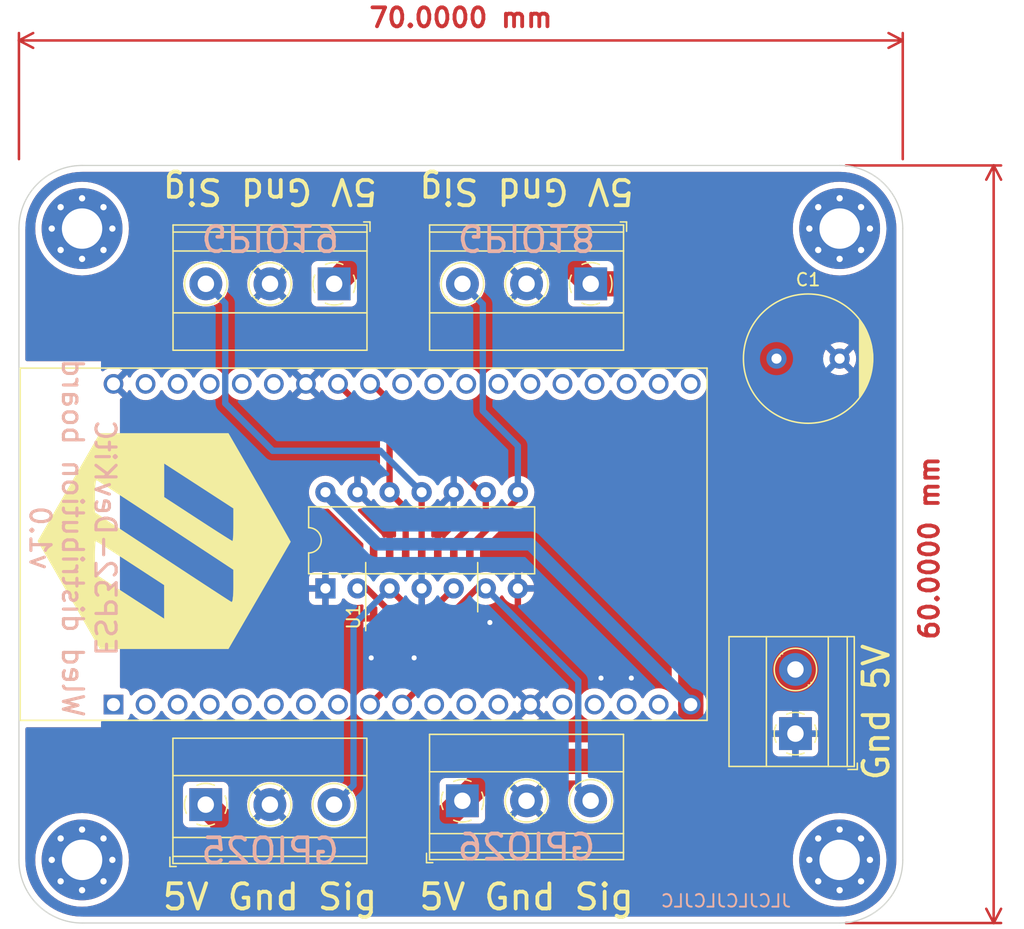
<source format=kicad_pcb>
(kicad_pcb (version 20211014) (generator pcbnew)
  (layers (0 "F.Cu" signal) (31 "B.Cu" signal) (34 "B.Paste" user) (35 "F.Paste" user) (36 "B.SilkS" user "B.Silkscreen") (37 "F.SilkS" user "F.Silkscreen") (38 "B.Mask" user) (39 "F.Mask" user) (44 "Edge.Cuts" user))
  (net 0 "")
  (net 1 "Vbus")
  (net 2 "GND")
  (net 3 "HV1")
  (net 4 "HV2")
  (net 5 "HV3")
  (net 6 "HV4")
  (net 7 "LV4")
  (net 8 "LV3")
  (net 9 "LV2")
  (net 10 "LV1")
  (footprint "TerminalBlock_Phoenix:TerminalBlock_Phoenix_MKDS-1,5-3-5.08_1x03_P5.08mm_Horizontal" (layer "F.Cu") (at 104.145 42.875 180)
    (fp_text reference "J5" hide)
    (fp_text value "OUT 3")
    (fp_line (start -2.84 4.16) (end -2.84 4.9) (layer "F.SilkS") (width 0.12))
    (fp_line (start -2.6 -2.301) (end 12.76 -2.301) (layer "F.SilkS") (width 0.12))
    (fp_line (start -2.6 4.66) (end 12.76 4.66) (layer "F.SilkS") (width 0.12))
    (fp_line (start 11.435 -1.069) (end 11.388 -1.023) (layer "F.SilkS") (width 0.12))
    (fp_line (start 4.046 1.239) (end 4.011 1.274) (layer "F.SilkS") (width 0.12))
    (fp_line (start -2.6 -5.261) (end 12.76 -5.261) (layer "F.SilkS") (width 0.12))
    (fp_line (start 6.15 -1.275) (end 6.115 -1.239) (layer "F.SilkS") (width 0.12))
    (fp_line (start 11.23 -1.275) (end 11.195 -1.239) (layer "F.SilkS") (width 0.12))
    (fp_line (start -2.84 4.9) (end -2.34 4.9) (layer "F.SilkS") (width 0.12))
    (fp_line (start -2.6 4.1) (end 12.76 4.1) (layer "F.SilkS") (width 0.12))
    (fp_line (start 9.126 1.239) (end 9.091 1.274) (layer "F.SilkS") (width 0.12))
    (fp_line (start 3.853 1.023) (end 3.806 1.069) (layer "F.SilkS") (width 0.12))
    (fp_line (start 12.76 -5.261) (end 12.76 4.66) (layer "F.SilkS") (width 0.12))
    (fp_line (start -2.6 2.6) (end 12.76 2.6) (layer "F.SilkS") (width 0.12))
    (fp_line (start 8.933 1.023) (end 8.886 1.069) (layer "F.SilkS") (width 0.12))
    (fp_line (start -2.6 -5.261) (end -2.6 4.66) (layer "F.SilkS") (width 0.12))
    (fp_line (start 6.355 -1.069) (end 6.308 -1.023) (layer "F.SilkS") (width 0.12))
    (fp_arc (start 1.535427 -0.683042) (mid 1.680501 0.000524) (end 1.535 0.684) (layer "F.SilkS") (width 0.12))
    (fp_arc (start 0.028805 1.680253) (mid -0.335551 1.646659) (end -0.684 1.535) (layer "F.SilkS") (width 0.12))
    (fp_arc (start 0.683318 1.534756) (mid 0.349292 1.643288) (end 0 1.68) (layer "F.SilkS") (width 0.12))
    (fp_arc (start -1.535427 0.683042) (mid -1.680501 -0.000524) (end -1.535 -0.684) (layer "F.SilkS") (width 0.12))
    (fp_arc (start -0.683042 -1.535427) (mid 0.000524 -1.680501) (end 0.684 -1.535) (layer "F.SilkS") (width 0.12))
    (fp_circle (center 5.08 0) (end 6.76 0) (layer "F.SilkS") (width 0.12) (fill none))
    (fp_circle (center 10.16 0) (end 11.84 0) (layer "F.SilkS") (width 0.12) (fill none))
    (pad "1" thru_hole rect (at 0 0 180) (size 2.6 2.6) (drill 1.3) (layers *.Cu *.Mask) (net 1 "Vbus"))
    (pad "2" thru_hole circle (at 5.08 0 180) (size 2.6 2.6) (drill 1.3) (layers *.Cu *.Mask) (net 2 "GND"))
    (pad "3" thru_hole circle (at 10.16 0 180) (size 2.6 2.6) (drill 1.3) (layers *.Cu *.Mask) (net 5 "HV3"))
  )
  (footprint "MountingHole:MountingHole_3.2mm_M3_Pad_Via" (layer "F.Cu") (at 63.86 88.5)
    (fp_text reference "H4" hide)
    (fp_text value "MountingHole")
    (pad "1" thru_hole circle locked (at 0 0) (size 6.4 6.4) (drill 3.2) (layers *.Cu *.Mask))
    (pad "1" thru_hole circle locked (at 1.697056 1.697056) (size 0.8 0.8) (drill 0.5) (layers *.Cu *.Mask))
    (pad "1" thru_hole circle locked (at 0 -2.4) (size 0.8 0.8) (drill 0.5) (layers *.Cu *.Mask))
    (pad "1" thru_hole circle locked (at -1.697056 1.697056) (size 0.8 0.8) (drill 0.5) (layers *.Cu *.Mask))
    (pad "1" thru_hole circle locked (at 0 2.4) (size 0.8 0.8) (drill 0.5) (layers *.Cu *.Mask))
    (pad "1" thru_hole circle locked (at -1.697056 -1.697056) (size 0.8 0.8) (drill 0.5) (layers *.Cu *.Mask))
    (pad "1" thru_hole circle locked (at 2.4 0) (size 0.8 0.8) (drill 0.5) (layers *.Cu *.Mask))
    (pad "1" thru_hole circle locked (at -2.4 0) (size 0.8 0.8) (drill 0.5) (layers *.Cu *.Mask))
    (pad "1" thru_hole circle locked (at 1.697056 -1.697056) (size 0.8 0.8) (drill 0.5) (layers *.Cu *.Mask))
  )
  (footprint "ESP32-DEVKITC-32D:MODULE_ESP32-DEVKITC-32D" (layer "F.Cu") (at 86.11 63.5 90)
    (fp_text reference "U2" hide)
    (fp_text value "ESP32-DEVKITC-32D")
    (fp_line (start 13.95 27.25) (end -13.95 27.25) (layer "F.SilkS") (width 0.127))
    (fp_line (start 13.95 -27.15) (end 13.95 27.25) (layer "F.SilkS") (width 0.127))
    (fp_line (start -13.95 27.25) (end -13.95 -27.15) (layer "F.SilkS") (width 0.127))
    (fp_line (start -13.95 -27.15) (end 13.95 -27.15) (layer "F.SilkS") (width 0.127))
    (pad "1" thru_hole rect locked (at -12.7 -19.76 90) (size 1.56 1.56) (drill 1.04) (layers *.Cu *.Mask))
    (pad "2" thru_hole circle locked (at -12.7 -17.22 90) (size 1.56 1.56) (drill 1.04) (layers *.Cu *.Mask))
    (pad "3" thru_hole circle locked (at -12.7 -14.68 90) (size 1.56 1.56) (drill 1.04) (layers *.Cu *.Mask))
    (pad "4" thru_hole circle locked (at -12.7 -12.14 90) (size 1.56 1.56) (drill 1.04) (layers *.Cu *.Mask))
    (pad "5" thru_hole circle locked (at -12.7 -9.6 90) (size 1.56 1.56) (drill 1.04) (layers *.Cu *.Mask))
    (pad "6" thru_hole circle locked (at -12.7 -7.06 90) (size 1.56 1.56) (drill 1.04) (layers *.Cu *.Mask))
    (pad "7" thru_hole circle locked (at -12.7 -4.52 90) (size 1.56 1.56) (drill 1.04) (layers *.Cu *.Mask))
    (pad "8" thru_hole circle locked (at -12.7 -1.98 90) (size 1.56 1.56) (drill 1.04) (layers *.Cu *.Mask))
    (pad "9" thru_hole circle locked (at -12.7 0.56 90) (size 1.56 1.56) (drill 1.04) (layers *.Cu *.Mask) (net 10 "LV1"))
    (pad "10" thru_hole circle locked (at -12.7 3.1 90) (size 1.56 1.56) (drill 1.04) (layers *.Cu *.Mask) (net 9 "LV2"))
    (pad "11" thru_hole circle locked (at -12.7 5.64 90) (size 1.56 1.56) (drill 1.04) (layers *.Cu *.Mask))
    (pad "12" thru_hole circle locked (at -12.7 8.18 90) (size 1.56 1.56) (drill 1.04) (layers *.Cu *.Mask))
    (pad "13" thru_hole circle locked (at -12.7 10.72 90) (size 1.56 1.56) (drill 1.04) (layers *.Cu *.Mask))
    (pad "14" thru_hole circle locked (at -12.7 13.26 90) (size 1.56 1.56) (drill 1.04) (layers *.Cu *.Mask) (net 2 "GND"))
    (pad "15" thru_hole circle locked (at -12.7 15.8 90) (size 1.56 1.56) (drill 1.04) (layers *.Cu *.Mask))
    (pad "16" thru_hole circle locked (at -12.7 18.34 90) (size 1.56 1.56) (drill 1.04) (layers *.Cu *.Mask))
    (pad "17" thru_hole circle locked (at -12.7 20.88 90) (size 1.56 1.56) (drill 1.04) (layers *.Cu *.Mask))
    (pad "18" thru_hole circle locked (at -12.7 23.42 90) (size 1.56 1.56) (drill 1.04) (layers *.Cu *.Mask))
    (pad "19" thru_hole circle locked (at -12.7 25.96 90) (size 1.56 1.56) (drill 1.04) (layers *.Cu *.Mask) (net 1 "Vbus"))
    (pad "20" thru_hole circle locked (at 12.7 -19.76 90) (size 1.56 1.56) (drill 1.04) (layers *.Cu *.Mask) (net 2 "GND"))
    (pad "21" thru_hole circle locked (at 12.7 -17.22 90) (size 1.56 1.56) (drill 1.04) (layers *.Cu *.Mask))
    (pad "22" thru_hole circle locked (at 12.7 -14.68 90) (size 1.56 1.56) (drill 1.04) (layers *.Cu *.Mask))
    (pad "23" thru_hole circle locked (at 12.7 -12.14 90) (size 1.56 1.56) (drill 1.04) (layers *.Cu *.Mask))
    (pad "24" thru_hole circle locked (at 12.7 -9.6 90) (size 1.56 1.56) (drill 1.04) (layers *.Cu *.Mask))
    (pad "25" thru_hole circle locked (at 12.7 -7.06 90) (size 1.56 1.56) (drill 1.04) (layers *.Cu *.Mask))
    (pad "26" thru_hole circle locked (at 12.7 -4.52 90) (size 1.56 1.56) (drill 1.04) (layers *.Cu *.Mask) (net 2 "GND"))
    (pad "27" thru_hole circle locked (at 12.7 -1.98 90) (size 1.56 1.56) (drill 1.04) (layers *.Cu *.Mask) (net 7 "LV4"))
    (pad "28" thru_hole circle locked (at 12.7 0.56 90) (size 1.56 1.56) (drill 1.04) (layers *.Cu *.Mask) (net 8 "LV3"))
    (pad "29" thru_hole circle locked (at 12.7 3.1 90) (size 1.56 1.56) (drill 1.04) (layers *.Cu *.Mask))
    (pad "30" thru_hole circle locked (at 12.7 5.64 90) (size 1.56 1.56) (drill 1.04) (layers *.Cu *.Mask))
    (pad "31" thru_hole circle locked (at 12.7 8.18 90) (size 1.56 1.56) (drill 1.04) (layers *.Cu *.Mask))
    (pad "32" thru_hole circle locked (at 12.7 10.72 90) (size 1.56 1.56) (drill 1.04) (layers *.Cu *.Mask))
    (pad "33" thru_hole circle locked (at 12.7 13.26 90) (size 1.56 1.56) (drill 1.04) (layers *.Cu *.Mask))
    (pad "34" thru_hole circle locked (at 12.7 15.8 90) (size 1.56 1.56) (drill 1.04) (layers *.Cu *.Mask))
    (pad "35" thru_hole circle locked (at 12.7 18.34 90) (size 1.56 1.56) (drill 1.04) (layers *.Cu *.Mask))
    (pad "36" thru_hole circle locked (at 12.7 20.88 90) (size 1.56 1.56) (drill 1.04) (layers *.Cu *.Mask))
    (pad "37" thru_hole circle locked (at 12.7 23.42 90) (size 1.56 1.56) (drill 1.04) (layers *.Cu *.Mask))
    (pad "38" thru_hole circle locked (at 12.7 25.96 90) (size 1.56 1.56) (drill 1.04) (layers *.Cu *.Mask))
  )
  (footprint "MountingHole:MountingHole_3.2mm_M3_Pad_Via" (layer "F.Cu") (at 123.86 88.5)
    (fp_text reference "H3" hide)
    (fp_text value "MountingHole")
    (pad "1" thru_hole circle locked (at 1.697056 -1.697056) (size 0.8 0.8) (drill 0.5) (layers *.Cu *.Mask))
    (pad "1" thru_hole circle locked (at 0 2.4) (size 0.8 0.8) (drill 0.5) (layers *.Cu *.Mask))
    (pad "1" thru_hole circle locked (at -2.4 0) (size 0.8 0.8) (drill 0.5) (layers *.Cu *.Mask))
    (pad "1" thru_hole circle locked (at -1.697056 1.697056) (size 0.8 0.8) (drill 0.5) (layers *.Cu *.Mask))
    (pad "1" thru_hole circle locked (at 0 -2.4) (size 0.8 0.8) (drill 0.5) (layers *.Cu *.Mask))
    (pad "1" thru_hole circle locked (at 0 0) (size 6.4 6.4) (drill 3.2) (layers *.Cu *.Mask))
    (pad "1" thru_hole circle locked (at -1.697056 -1.697056) (size 0.8 0.8) (drill 0.5) (layers *.Cu *.Mask))
    (pad "1" thru_hole circle locked (at 2.4 0) (size 0.8 0.8) (drill 0.5) (layers *.Cu *.Mask))
    (pad "1" thru_hole circle locked (at 1.697056 1.697056) (size 0.8 0.8) (drill 0.5) (layers *.Cu *.Mask))
  )
  (footprint "TerminalBlock_Phoenix:TerminalBlock_Phoenix_MKDS-1,5-3-5.08_1x03_P5.08mm_Horizontal" (layer "F.Cu") (at 93.98 83.82)
    (fp_text reference "J6" hide)
    (fp_text value "OUT 2")
    (fp_line (start 11.435 -1.069) (end 11.388 -1.023) (layer "F.SilkS") (width 0.12))
    (fp_line (start -2.6 2.6) (end 12.76 2.6) (layer "F.SilkS") (width 0.12))
    (fp_line (start 4.046 1.239) (end 4.011 1.274) (layer "F.SilkS") (width 0.12))
    (fp_line (start -2.6 -5.261) (end 12.76 -5.261) (layer "F.SilkS") (width 0.12))
    (fp_line (start 3.853 1.023) (end 3.806 1.069) (layer "F.SilkS") (width 0.12))
    (fp_line (start -2.84 4.16) (end -2.84 4.9) (layer "F.SilkS") (width 0.12))
    (fp_line (start -2.84 4.9) (end -2.34 4.9) (layer "F.SilkS") (width 0.12))
    (fp_line (start 6.355 -1.069) (end 6.308 -1.023) (layer "F.SilkS") (width 0.12))
    (fp_line (start -2.6 4.1) (end 12.76 4.1) (layer "F.SilkS") (width 0.12))
    (fp_line (start 8.933 1.023) (end 8.886 1.069) (layer "F.SilkS") (width 0.12))
    (fp_line (start -2.6 -2.301) (end 12.76 -2.301) (layer "F.SilkS") (width 0.12))
    (fp_line (start 9.126 1.239) (end 9.091 1.274) (layer "F.SilkS") (width 0.12))
    (fp_line (start -2.6 -5.261) (end -2.6 4.66) (layer "F.SilkS") (width 0.12))
    (fp_line (start 11.23 -1.275) (end 11.195 -1.239) (layer "F.SilkS") (width 0.12))
    (fp_line (start -2.6 4.66) (end 12.76 4.66) (layer "F.SilkS") (width 0.12))
    (fp_line (start 12.76 -5.261) (end 12.76 4.66) (layer "F.SilkS") (width 0.12))
    (fp_line (start 6.15 -1.275) (end 6.115 -1.239) (layer "F.SilkS") (width 0.12))
    (fp_arc (start 0.028805 1.680253) (mid -0.335551 1.646659) (end -0.684 1.535) (layer "F.SilkS") (width 0.12))
    (fp_arc (start -1.535427 0.683042) (mid -1.680501 -0.000524) (end -1.535 -0.684) (layer "F.SilkS") (width 0.12))
    (fp_arc (start -0.683042 -1.535427) (mid 0.000524 -1.680501) (end 0.684 -1.535) (layer "F.SilkS") (width 0.12))
    (fp_arc (start 1.535427 -0.683042) (mid 1.680501 0.000524) (end 1.535 0.684) (layer "F.SilkS") (width 0.12))
    (fp_arc (start 0.683318 1.534756) (mid 0.349292 1.643288) (end 0 1.68) (layer "F.SilkS") (width 0.12))
    (fp_circle (center 5.08 0) (end 6.76 0) (layer "F.SilkS") (width 0.12) (fill none))
    (fp_circle (center 10.16 0) (end 11.84 0) (layer "F.SilkS") (width 0.12) (fill none))
    (pad "1" thru_hole rect (at 0 0) (size 2.6 2.6) (drill 1.3) (layers *.Cu *.Mask) (net 1 "Vbus"))
    (pad "2" thru_hole circle (at 5.08 0) (size 2.6 2.6) (drill 1.3) (layers *.Cu *.Mask) (net 2 "GND"))
    (pad "3" thru_hole circle (at 10.16 0) (size 2.6 2.6) (drill 1.3) (layers *.Cu *.Mask) (net 4 "HV2"))
  )
  (footprint "TerminalBlock_Phoenix:TerminalBlock_Phoenix_MKDS-1,5-3-5.08_1x03_P5.08mm_Horizontal" (layer "F.Cu") (at 73.655 84.125)
    (fp_text reference "J4" hide)
    (fp_text value "OUT 1")
    (fp_line (start 6.355 -1.069) (end 6.308 -1.023) (layer "F.SilkS") (width 0.12))
    (fp_line (start -2.6 2.6) (end 12.76 2.6) (layer "F.SilkS") (width 0.12))
    (fp_line (start 11.435 -1.069) (end 11.388 -1.023) (layer "F.SilkS") (width 0.12))
    (fp_line (start 4.046 1.239) (end 4.011 1.274) (layer "F.SilkS") (width 0.12))
    (fp_line (start 6.15 -1.275) (end 6.115 -1.239) (layer "F.SilkS") (width 0.12))
    (fp_line (start -2.6 -5.261) (end 12.76 -5.261) (layer "F.SilkS") (width 0.12))
    (fp_line (start 8.933 1.023) (end 8.886 1.069) (layer "F.SilkS") (width 0.12))
    (fp_line (start -2.6 4.66) (end 12.76 4.66) (layer "F.SilkS") (width 0.12))
    (fp_line (start -2.84 4.16) (end -2.84 4.9) (layer "F.SilkS") (width 0.12))
    (fp_line (start 11.23 -1.275) (end 11.195 -1.239) (layer "F.SilkS") (width 0.12))
    (fp_line (start -2.84 4.9) (end -2.34 4.9) (layer "F.SilkS") (width 0.12))
    (fp_line (start 3.853 1.023) (end 3.806 1.069) (layer "F.SilkS") (width 0.12))
    (fp_line (start 12.76 -5.261) (end 12.76 4.66) (layer "F.SilkS") (width 0.12))
    (fp_line (start 9.126 1.239) (end 9.091 1.274) (layer "F.SilkS") (width 0.12))
    (fp_line (start -2.6 -5.261) (end -2.6 4.66) (layer "F.SilkS") (width 0.12))
    (fp_line (start -2.6 4.1) (end 12.76 4.1) (layer "F.SilkS") (width 0.12))
    (fp_line (start -2.6 -2.301) (end 12.76 -2.301) (layer "F.SilkS") (width 0.12))
    (fp_arc (start -1.535427 0.683042) (mid -1.680501 -0.000524) (end -1.535 -0.684) (layer "F.SilkS") (width 0.12))
    (fp_arc (start 0.028805 1.680253) (mid -0.335551 1.646659) (end -0.684 1.535) (layer "F.SilkS") (width 0.12))
    (fp_arc (start -0.683042 -1.535427) (mid 0.000524 -1.680501) (end 0.684 -1.535) (layer "F.SilkS") (width 0.12))
    (fp_arc (start 1.535427 -0.683042) (mid 1.680501 0.000524) (end 1.535 0.684) (layer "F.SilkS") (width 0.12))
    (fp_arc (start 0.683318 1.534756) (mid 0.349292 1.643288) (end 0 1.68) (layer "F.SilkS") (width 0.12))
    (fp_circle (center 10.16 0) (end 11.84 0) (layer "F.SilkS") (width 0.12) (fill none))
    (fp_circle (center 5.08 0) (end 6.76 0) (layer "F.SilkS") (width 0.12) (fill none))
    (pad "1" thru_hole rect (at 0 0) (size 2.6 2.6) (drill 1.3) (layers *.Cu *.Mask) (net 1 "Vbus"))
    (pad "2" thru_hole circle (at 5.08 0) (size 2.6 2.6) (drill 1.3) (layers *.Cu *.Mask) (net 2 "GND"))
    (pad "3" thru_hole circle (at 10.16 0) (size 2.6 2.6) (drill 1.3) (layers *.Cu *.Mask) (net 3 "HV1"))
  )
  (footprint "MountingHole:MountingHole_3.2mm_M3_Pad_Via" (layer "F.Cu") (at 63.86 38.5)
    (fp_text reference "H1" hide)
    (fp_text value "MountingHole")
    (pad "1" thru_hole circle locked (at 1.697056 1.697056) (size 0.8 0.8) (drill 0.5) (layers *.Cu *.Mask))
    (pad "1" thru_hole circle locked (at 1.697056 -1.697056) (size 0.8 0.8) (drill 0.5) (layers *.Cu *.Mask))
    (pad "1" thru_hole circle locked (at 0 0) (size 6.4 6.4) (drill 3.2) (layers *.Cu *.Mask))
    (pad "1" thru_hole circle locked (at -2.4 0) (size 0.8 0.8) (drill 0.5) (layers *.Cu *.Mask))
    (pad "1" thru_hole circle locked (at 0 -2.4) (size 0.8 0.8) (drill 0.5) (layers *.Cu *.Mask))
    (pad "1" thru_hole circle locked (at -1.697056 -1.697056) (size 0.8 0.8) (drill 0.5) (layers *.Cu *.Mask))
    (pad "1" thru_hole circle locked (at 2.4 0) (size 0.8 0.8) (drill 0.5) (layers *.Cu *.Mask))
    (pad "1" thru_hole circle locked (at 0 2.4) (size 0.8 0.8) (drill 0.5) (layers *.Cu *.Mask))
    (pad "1" thru_hole circle locked (at -1.697056 1.697056) (size 0.8 0.8) (drill 0.5) (layers *.Cu *.Mask))
  )
  (footprint "MountingHole:MountingHole_3.2mm_M3_Pad_Via" (layer "F.Cu") (at 123.86 38.5)
    (fp_text reference "H2" hide)
    (fp_text value "MountingHole")
    (pad "1" thru_hole circle locked (at 2.4 0) (size 0.8 0.8) (drill 0.5) (layers *.Cu *.Mask))
    (pad "1" thru_hole circle locked (at -2.4 0) (size 0.8 0.8) (drill 0.5) (layers *.Cu *.Mask))
    (pad "1" thru_hole circle locked (at 1.697056 -1.697056) (size 0.8 0.8) (drill 0.5) (layers *.Cu *.Mask))
    (pad "1" thru_hole circle locked (at 1.697056 1.697056) (size 0.8 0.8) (drill 0.5) (layers *.Cu *.Mask))
    (pad "1" thru_hole circle locked (at 0 0) (size 6.4 6.4) (drill 3.2) (layers *.Cu *.Mask))
    (pad "1" thru_hole circle locked (at -1.697056 -1.697056) (size 0.8 0.8) (drill 0.5) (layers *.Cu *.Mask))
    (pad "1" thru_hole circle locked (at -1.697056 1.697056) (size 0.8 0.8) (drill 0.5) (layers *.Cu *.Mask))
    (pad "1" thru_hole circle locked (at 0 -2.4) (size 0.8 0.8) (drill 0.5) (layers *.Cu *.Mask))
    (pad "1" thru_hole circle locked (at 0 2.4) (size 0.8 0.8) (drill 0.5) (layers *.Cu *.Mask))
  )
  (footprint "ESP32_Wled_hub:VoronLogo_20mm_silkScreen" (layer "F.Cu") (at 70.36 63.25 90)
    (fp_text reference "G***" hide)
    (fp_text value "LOGO" hide)
    (fp_poly (pts (xy 8.545062 -5.092128) (xy 8.545062 5.092129) (xy 4.257127 7.563349) (xy 3.20784 8.167239) (xy 2.250038 8.716876) (xy 1.416303 9.193688) (xy 0.739216 9.579106) (xy 0.251357 9.85456) (xy -0.014692 10.001478) (xy -0.054602 10.020897) (xy -0.190797 9.941873) (xy -0.565457 9.724424) (xy -1.145846 9.38755) (xy -1.89923 8.950252) (xy -2.792873 8.431531) (xy -3.79404 7.850387) (xy -4.311728 7.549884) (xy -8.093678 5.354558) (xy -4.834362 5.354558) (xy -4.714685 5.414824) (xy -4.350373 5.460455) (xy -3.810284 5.484235) (xy -3.580041 5.486049) (xy -2.273456 5.484444) (xy -2.228944 5.416902) (xy 0 5.416902) (xy 0.144599 5.449271) (xy 0.529681 5.473766) (xy 1.082172 5.486411) (xy 1.293519 5.487304) (xy 2.587037 5.486953) (xy 4.076544 3.191492) (xy 4.585921 2.406414) (xy 5.055444 1.682612) (xy 5.450196 1.073923) (xy 5.735259 0.634187) (xy 5.85583 0.448015) (xy 6.145609 0) (xy 3.484858 0) (xy 1.742429 2.673075) (xy 1.216157 3.483751) (xy 0.753663 4.202529) (xy 0.380515 4.789146) (xy 0.122279 5.203342) (xy 0.004525 5.404855) (xy 0 5.416902) (xy -2.228944 5.416902) (xy 1.254321 0.131492) (xy 2.018632 -1.029527) (xy 2.728512 -2.110323) (xy 3.365497 -3.082597) (xy 3.911119 -3.918052) (xy 4.346912 -4.58839) (xy 4.654411 -5.065315) (xy 4.81515 -5.320529) (xy 4.834363 -5.354557) (xy 4.714686 -5.414823) (xy 4.350374 -5.460455) (xy 3.810285 -5.484234) (xy 3.580042 -5.486049) (xy 2.273457 -5.484443) (xy -1.254321 -0.131491) (xy -2.018631 1.029528) (xy -2.728512 2.110324) (xy -3.365496 3.082597) (xy -3.911118 3.918052) (xy -4.346911 4.588391) (xy -4.654411 5.065316) (xy -4.815149 5.32053) (xy -4.834362 5.354558) (xy -8.093678 5.354558) (xy -8.545061 5.092542) (xy -8.545061 0) (xy -6.145608 0) (xy -3.484857 0) (xy -1.742428 -2.673074) (xy -1.216156 -3.48375) (xy -0.753662 -4.202528) (xy -0.380514 -4.789145) (xy -0.122279 -5.203341) (xy -0.004524 -5.404854) (xy 0 -5.416901) (xy -0.144599 -5.44927) (xy -0.52968 -5.473765) (xy -1.082171 -5.48641) (xy -1.293518 -5.487303) (xy -2.587037 -5.486952) (xy -4.076543 -3.191491) (xy -4.58592 -2.406413) (xy -5.055443 -1.682611) (xy -5.450195 -1.073923) (xy -5.735258 -0.634186) (xy -5.855829 -0.448015) (xy -6.145608 0) (xy -8.545061 0) (xy -8.545061 -5.092128) (xy -4.27253 -7.55447) (xy 0 -10.016812) (xy 8.545062 -5.092128)) (layer "F.SilkS") (width 0.01) (fill solid))
  )
  (footprint "Capacitor_THT:C_Radial_D10.0mm_H16.0mm_P5.00mm" (layer "F.Cu") (at 118.86 48.8)
    (fp_text reference "C1" (at 2.5 -6.25) (layer "F.SilkS"))
    (fp_text value "1000uF")
    (fp_circle (center 2.5 0) (end 7.62 0) (layer "F.SilkS") (width 0.12) (fill none))
    (pad "1" thru_hole circle locked (at 0 0) (size 1.6 1.6) (drill 0.8) (layers *.Cu *.Mask) (net 1 "Vbus"))
    (pad "2" thru_hole circle locked (at 5 0) (size 1.6 1.6) (drill 0.8) (layers *.Cu *.Mask) (net 2 "GND"))
  )
  (footprint "TerminalBlock_Phoenix:TerminalBlock_Phoenix_MKDS-1,5-2-5.08_1x02_P5.08mm_Horizontal" (layer "F.Cu") (at 120.36 78.5 90)
    (fp_text reference "J1" hide)
    (fp_text value "Screw_Terminal_01x02")
    (fp_line (start -2.6 -5.261) (end 7.68 -5.261) (layer "F.SilkS") (width 0.12))
    (fp_line (start -2.6 4.1) (end 7.68 4.1) (layer "F.SilkS") (width 0.12))
    (fp_line (start -2.84 4.16) (end -2.84 4.9) (layer "F.SilkS") (width 0.12))
    (fp_line (start 6.15 -1.275) (end 6.115 -1.239) (layer "F.SilkS") (width 0.12))
    (fp_line (start -2.6 -5.261) (end -2.6 4.66) (layer "F.SilkS") (width 0.12))
    (fp_line (start 4.046 1.239) (end 4.011 1.274) (layer "F.SilkS") (width 0.12))
    (fp_line (start 3.853 1.023) (end 3.806 1.069) (layer "F.SilkS") (width 0.12))
    (fp_line (start -2.84 4.9) (end -2.34 4.9) (layer "F.SilkS") (width 0.12))
    (fp_line (start 7.68 -5.261) (end 7.68 4.66) (layer "F.SilkS") (width 0.12))
    (fp_line (start -2.6 -2.301) (end 7.68 -2.301) (layer "F.SilkS") (width 0.12))
    (fp_line (start 6.355 -1.069) (end 6.308 -1.023) (layer "F.SilkS") (width 0.12))
    (fp_line (start -2.6 4.66) (end 7.68 4.66) (layer "F.SilkS") (width 0.12))
    (fp_line (start -2.6 2.6) (end 7.68 2.6) (layer "F.SilkS") (width 0.12))
    (fp_arc (start 0.683318 1.534756) (mid 0.349292 1.643288) (end 0 1.68) (layer "F.SilkS") (width 0.12))
    (fp_arc (start 0.028805 1.680253) (mid -0.335551 1.646659) (end -0.684 1.535) (layer "F.SilkS") (width 0.12))
    (fp_arc (start -0.683042 -1.535427) (mid 0.000524 -1.680501) (end 0.684 -1.535) (layer "F.SilkS") (width 0.12))
    (fp_arc (start 1.535427 -0.683042) (mid 1.680501 0.000524) (end 1.535 0.684) (layer "F.SilkS") (width 0.12))
    (fp_arc (start -1.535427 0.683042) (mid -1.680501 -0.000524) (end -1.535 -0.684) (layer "F.SilkS") (width 0.12))
    (fp_circle (center 5.08 0) (end 6.76 0) (layer "F.SilkS") (width 0.12) (fill none))
    (pad "1" thru_hole rect (at 0 0 90) (size 2.6 2.6) (drill 1.3) (layers *.Cu *.Mask) (net 2 "GND"))
    (pad "2" thru_hole circle (at 5.08 0 90) (size 2.6 2.6) (drill 1.3) (layers *.Cu *.Mask) (net 1 "Vbus"))
  )
  (footprint "ESP32_Wled_hub:SOIC-14-DIP-14-combo" (layer "F.Cu") (at 90.76 66.9 90)
    (fp_text reference "U1" (at -2.35 -5.4 90) (layer "F.SilkS"))
    (fp_text value "74LS125")
    (fp_line (start 0 -4.435) (end 1.95 -4.435) (layer "F.SilkS") (width 0.12))
    (fp_line (start 2.71 -8.955) (end 1.06 -8.955) (layer "F.SilkS") (width 0.12))
    (fp_line (start 0 4.435) (end -1.95 4.435) (layer "F.SilkS") (width 0.12))
    (fp_line (start 0 -4.435) (end -3.45 -4.435) (layer "F.SilkS") (width 0.12))
    (fp_line (start 6.36 8.945) (end 6.36 -8.955) (layer "F.SilkS") (width 0.12))
    (fp_line (start 6.36 -8.955) (end 4.71 -8.955) (layer "F.SilkS") (width 0.12))
    (fp_line (start 1.06 8.945) (end 6.36 8.945) (layer "F.SilkS") (width 0.12))
    (fp_line (start 1.06 -8.955) (end 1.06 8.945) (layer "F.SilkS") (width 0.12))
    (fp_line (start 0 4.435) (end 1.95 4.435) (layer "F.SilkS") (width 0.12))
    (fp_arc (start 4.71 -8.955) (mid 3.71 -7.955) (end 2.71 -8.955) (layer "F.SilkS") (width 0.12))
    (pad "1" smd roundrect (at -2.475 -3.81 90) (size 1.95 0.6) (layers "F.Cu" "F.Paste" "F.Mask") (net 2 "GND"))
    (pad "1" thru_hole rect (at -0.1 -7.625 90) (size 1.6 1.6) (drill 0.8) (layers *.Cu *.Mask) (net 2 "GND"))
    (pad "2" thru_hole oval (at -0.1 -5.085 90) (size 1.6 1.6) (drill 0.8) (layers *.Cu *.Mask) (net 10 "LV1"))
    (pad "2" smd roundrect (at -2.475 -2.54 90) (size 1.95 0.6) (layers "F.Cu" "F.Paste" "F.Mask") (net 10 "LV1"))
    (pad "3" thru_hole oval (at -0.1 -2.545 90) (size 1.6 1.6) (drill 0.8) (layers *.Cu *.Mask) (net 3 "HV1"))
    (pad "3" smd roundrect (at -2.475 -1.27 90) (size 1.95 0.6) (layers "F.Cu" "F.Paste" "F.Mask") (net 3 "HV1"))
    (pad "4" thru_hole oval (at -0.1 -0.005 90) (size 1.6 1.6) (drill 0.8) (layers *.Cu *.Mask) (net 2 "GND"))
    (pad "4" smd roundrect (at -2.475 0 90) (size 1.95 0.6) (layers "F.Cu" "F.Paste" "F.Mask") (net 2 "GND"))
    (pad "5" thru_hole oval (at -0.1 2.535 90) (size 1.6 1.6) (drill 0.8) (layers *.Cu *.Mask) (net 9 "LV2"))
    (pad "5" smd roundrect (at -2.475 1.27 90) (size 1.95 0.6) (layers "F.Cu" "F.Paste" "F.Mask") (net 9 "LV2"))
    (pad "6" thru_hole oval (at -0.1 5.075 90) (size 1.6 1.6) (drill 0.8) (layers *.Cu *.Mask) (net 4 "HV2"))
    (pad "6" smd roundrect (at -2.475 2.54 90) (size 1.95 0.6) (layers "F.Cu" "F.Paste" "F.Mask") (net 4 "HV2"))
    (pad "7" thru_hole oval (at -0.1 7.615 90) (size 1.6 1.6) (drill 0.8) (layers *.Cu *.Mask) (net 2 "GND"))
    (pad "7" smd roundrect (at -2.475 3.81 90) (size 1.95 0.6) (layers "F.Cu" "F.Paste" "F.Mask") (net 2 "GND"))
    (pad "8" smd roundrect (at 2.475 3.81 90) (size 1.95 0.6) (layers "F.Cu" "F.Paste" "F.Mask") (net 5 "HV3"))
    (pad "8" thru_hole oval (at 7.52 7.615 90) (size 1.6 1.6) (drill 0.8) (layers *.Cu *.Mask) (net 5 "HV3"))
    (pad "9" thru_hole oval (at 7.52 5.075 90) (size 1.6 1.6) (drill 0.8) (layers *.Cu *.Mask) (net 8 "LV3"))
    (pad "9" smd roundrect (at 2.475 2.54 90) (size 1.95 0.6) (layers "F.Cu" "F.Paste" "F.Mask") (net 8 "LV3"))
    (pad "10" smd roundrect (at 2.475 1.27 90) (size 1.95 0.6) (layers "F.Cu" "F.Paste" "F.Mask") (net 2 "GND"))
    (pad "10" thru_hole oval (at 7.52 2.535 90) (size 1.6 1.6) (drill 0.8) (layers *.Cu *.Mask) (net 2 "GND"))
    (pad "11" thru_hole oval (at 7.52 -0.005 90) (size 1.6 1.6) (drill 0.8) (layers *.Cu *.Mask) (net 6 "HV4"))
    (pad "11" smd roundrect (at 2.475 0 90) (size 1.95 0.6) (layers "F.Cu" "F.Paste" "F.Mask") (net 6 "HV4"))
    (pad "12" smd roundrect (at 2.475 -1.27 90) (size 1.95 0.6) (layers "F.Cu" "F.Paste" "F.Mask") (net 7 "LV4"))
    (pad "12" thru_hole oval (at 7.52 -2.545 90) (size 1.6 1.6) (drill 0.8) (layers *.Cu *.Mask) (net 7 "LV4"))
    (pad "13" smd roundrect (at 2.475 -2.54 90) (size 1.95 0.6) (layers "F.Cu" "F.Paste" "F.Mask") (net 2 "GND"))
    (pad "13" thru_hole oval (at 7.52 -5.085 90) (size 1.6 1.6) (drill 0.8) (layers *.Cu *.Mask) (net 2 "GND"))
    (pad "14" smd roundrect (at 2.475 -3.81 90) (size 1.95 0.6) (layers "F.Cu" "F.Paste" "F.Mask") (net 1 "Vbus"))
    (pad "14" thru_hole oval (at 7.52 -7.625 90) (size 1.6 1.6) (drill 0.8) (layers *.Cu *.Mask) (net 1 "Vbus"))
  )
  (footprint "TerminalBlock_Phoenix:TerminalBlock_Phoenix_MKDS-1,5-3-5.08_1x03_P5.08mm_Horizontal" (layer "F.Cu") (at 83.825 42.875 180)
    (fp_text reference "J7" hide)
    (fp_text value "OUT 4")
    (fp_line (start -2.6 4.1) (end 12.76 4.1) (layer "F.SilkS") (width 0.12))
    (fp_line (start 11.23 -1.275) (end 11.195 -1.239) (layer "F.SilkS") (width 0.12))
    (fp_line (start 3.853 1.023) (end 3.806 1.069) (layer "F.SilkS") (width 0.12))
    (fp_line (start -2.84 4.9) (end -2.34 4.9) (layer "F.SilkS") (width 0.12))
    (fp_line (start -2.6 4.66) (end 12.76 4.66) (layer "F.SilkS") (width 0.12))
    (fp_line (start 11.435 -1.069) (end 11.388 -1.023) (layer "F.SilkS") (width 0.12))
    (fp_line (start -2.6 -5.261) (end -2.6 4.66) (layer "F.SilkS") (width 0.12))
    (fp_line (start 9.126 1.239) (end 9.091 1.274) (layer "F.SilkS") (width 0.12))
    (fp_line (start -2.6 -2.301) (end 12.76 -2.301) (layer "F.SilkS") (width 0.12))
    (fp_line (start 6.355 -1.069) (end 6.308 -1.023) (layer "F.SilkS") (width 0.12))
    (fp_line (start 12.76 -5.261) (end 12.76 4.66) (layer "F.SilkS") (width 0.12))
    (fp_line (start -2.84 4.16) (end -2.84 4.9) (layer "F.SilkS") (width 0.12))
    (fp_line (start 6.15 -1.275) (end 6.115 -1.239) (layer "F.SilkS") (width 0.12))
    (fp_line (start 4.046 1.239) (end 4.011 1.274) (layer "F.SilkS") (width 0.12))
    (fp_line (start -2.6 2.6) (end 12.76 2.6) (layer "F.SilkS") (width 0.12))
    (fp_line (start -2.6 -5.261) (end 12.76 -5.261) (layer "F.SilkS") (width 0.12))
    (fp_line (start 8.933 1.023) (end 8.886 1.069) (layer "F.SilkS") (width 0.12))
    (fp_arc (start 1.535427 -0.683042) (mid 1.680501 0.000524) (end 1.535 0.684) (layer "F.SilkS") (width 0.12))
    (fp_arc (start 0.683318 1.534756) (mid 0.349292 1.643288) (end 0 1.68) (layer "F.SilkS") (width 0.12))
    (fp_arc (start -1.535427 0.683042) (mid -1.680501 -0.000524) (end -1.535 -0.684) (layer "F.SilkS") (width 0.12))
    (fp_arc (start 0.028805 1.680253) (mid -0.335551 1.646659) (end -0.684 1.535) (layer "F.SilkS") (width 0.12))
    (fp_arc (start -0.683042 -1.535427) (mid 0.000524 -1.680501) (end 0.684 -1.535) (layer "F.SilkS") (width 0.12))
    (fp_circle (center 10.16 0) (end 11.84 0) (layer "F.SilkS") (width 0.12) (fill none))
    (fp_circle (center 5.08 0) (end 6.76 0) (layer "F.SilkS") (width 0.12) (fill none))
    (pad "1" thru_hole rect (at 0 0 180) (size 2.6 2.6) (drill 1.3) (layers *.Cu *.Mask) (net 1 "Vbus"))
    (pad "2" thru_hole circle (at 5.08 0 180) (size 2.6 2.6) (drill 1.3) (layers *.Cu *.Mask) (net 2 "GND"))
    (pad "3" thru_hole circle (at 10.16 0 180) (size 2.6 2.6) (drill 1.3) (layers *.Cu *.Mask) (net 6 "HV4"))
  )
  (gr_poly (pts (xy 125.46 45.8) (xy 125.46 45.802963) (xy 125.72 46.14) (xy 125.95 46.57) (xy 126.19 47.2) (xy 126.35 47.73) (xy 126.45 48.47) (xy 126.46 48.92) (xy 126.4 49.38) (xy 126.35 49.79) (xy 126.19 50.38) (xy 125.93 51) (xy 125.46 51.83) (xy 125.46 45.802963) (xy 125.456279 45.79814) (xy 125.45 45.79)) (layer "F.SilkS") (width 0.15) (fill solid))
  (gr_arc (start 58.86 38.5) (mid 60.324466 34.964466) (end 63.86 33.5) (layer "Edge.Cuts") (width 0.1))
  (gr_line (start 63.86 93.5) (end 123.86 93.5) (layer "Edge.Cuts") (width 0.1))
  (gr_line (start 128.86 88.5) (end 128.86 38.5) (layer "Edge.Cuts") (width 0.1))
  (gr_arc (start 123.86 33.5) (mid 127.395534 34.964466) (end 128.86 38.5) (layer "Edge.Cuts") (width 0.1))
  (gr_arc (start 128.86 88.5) (mid 127.395534 92.035534) (end 123.86 93.5) (layer "Edge.Cuts") (width 0.1))
  (gr_arc (start 63.86 93.5) (mid 60.324466 92.035534) (end 58.86 88.5) (layer "Edge.Cuts") (width 0.1))
  (gr_line (start 58.86 88.5) (end 58.86 38.5) (layer "Edge.Cuts") (width 0.1))
  (gr_line (start 123.86 33.5) (end 63.86 33.5) (layer "Edge.Cuts") (width 0.1))
  (gr_text "GPIO18" (at 99.06 39.2 180) (layer "B.SilkS") (effects (font (size 2 2) (thickness 0.3)) (justify mirror)))
  (gr_text "GPIO25" (at 78.76 87.8) (layer "B.SilkS") (effects (font (size 2 2) (thickness 0.3)) (justify mirror)))
  (gr_text "GPIO19" (at 78.76 39.2 180) (layer "B.SilkS") (effects (font (size 2 2) (thickness 0.3)) (justify mirror)))
  (gr_text "GPIO26" (at 99.06 87.5) (layer "B.SilkS") (effects (font (size 2 2) (thickness 0.3)) (justify mirror)))
  (gr_text "ESP32-DevKitC\nWled distribution board\nv1.0" (at 63.11 63 270) (layer "B.SilkS") (effects (font (size 1.6 1.6) (thickness 0.25)) (justify mirror)))
  (gr_text "JLCJLCJLCJLC" (at 114.86 91.75) (layer "B.SilkS") (effects (font (size 1 1)) (justify mirror)))
  (gr_text "Gnd 5V" (at 126.76 76.8 90) (layer "F.SilkS") (effects (font (size 2 2) (thickness 0.3))))
  (gr_text "5V Gnd Sig" (at 99.06 91.44) (layer "F.SilkS") (effects (font (size 2 2) (thickness 0.3))))
  (gr_text "5V Gnd Sig" (at 78.74 35.56 180) (layer "F.SilkS") (effects (font (size 2 2) (thickness 0.3))))
  (gr_text "5V Gnd Sig" (at 99.06 35.56 180) (layer "F.SilkS") (effects (font (size 2 2) (thickness 0.3))))
  (gr_text "5V Gnd Sig" (at 78.74 91.44) (layer "F.SilkS") (effects (font (size 2 2) (thickness 0.3))))
  (dimension (type aligned) (layer "F.Cu") (pts (xy 123.86 33.5) (xy 123.86 93.5)) (height -12.2) (gr_text "60.0000 mm" (at 130.96 63.8 90) (layer "F.Cu") (effects (font (size 1.5 1.5) (thickness 0.3)))) (format (units 3) (units_format 1) (precision 4)) (style (thickness 0.2) (arrow_length 1.27) (text_position_mode 2) (extension_height 0.58642) (extension_offset 0.5) keep_text_aligned))
  (dimension (type aligned) (layer "F.Cu") (pts (xy 58.86 33.5) (xy 128.86 33.5)) (height -9.9) (gr_text "70.0000 mm" (at 93.86 21.8) (layer "F.Cu") (effects (font (size 1.5 1.5) (thickness 0.3)))) (format (units 3) (units_format 1) (precision 4)) (style (thickness 0.2) (arrow_length 1.27) (text_position_mode 0) (extension_height 0.58642) (extension_offset 0.5) keep_text_aligned))
  (segment (start 115.86 57.7) (end 115.86 51.8) (width 2) (layer "F.Cu") (net 1))
  (segment (start 93.98 83.82) (end 97.1 80.7) (width 2) (layer "F.Cu") (net 1))
  (segment (start 104.145 42.875) (end 100.97 39.7) (width 2) (layer "F.Cu") (net 1))
  (segment (start 83.135 59.38) (end 83.14 59.38) (width 0.5) (layer "F.Cu") (net 1))
  (segment (start 115.86 51.8) (end 118.86 48.8) (width 2) (layer "F.Cu") (net 1))
  (segment (start 86.95 63.19) (end 86.95 64.425) (width 0.5) (layer "F.Cu") (net 1))
  (segment (start 112.07 76.2) (end 112.07 61.49) (width 2) (layer "F.Cu") (net 1))
  (segment (start 87 39.7) (end 83.825 42.875) (width 2) (layer "F.Cu") (net 1))
  (segment (start 83.14 59.38) (end 86.95 63.19) (width 0.5) (layer "F.Cu") (net 1))
  (segment (start 112.07 61.49) (end 115.86 57.7) (width 2) (layer "F.Cu") (net 1))
  (segment (start 93.98 83.82) (end 90.5 87.3) (width 2) (layer "F.Cu") (net 1))
  (segment (start 120.36 73.42) (end 120.36 50.3) (width 4) (layer "F.Cu") (net 1))
  (segment (start 90.5 87.3) (end 76.83 87.3) (width 2) (layer "F.Cu") (net 1))
  (segment (start 120.36 50.3) (end 118.86 48.8) (width 4) (layer "F.Cu") (net 1))
  (segment (start 112.07 77.59) (end 112.07 76.2) (width 2) (layer "F.Cu") (net 1))
  (segment (start 97.1 80.7) (end 108.96 80.7) (width 2) (layer "F.Cu") (net 1))
  (segment (start 108.96 80.7) (end 112.07 77.59) (width 2) (layer "F.Cu") (net 1))
  (segment (start 100.97 39.7) (end 87 39.7) (width 2) (layer "F.Cu") (net 1))
  (segment (start 112.935 42.875) (end 118.86 48.8) (width 2) (layer "F.Cu") (net 1))
  (segment (start 104.145 42.875) (end 112.935 42.875) (width 2) (layer "F.Cu") (net 1))
  (segment (start 76.83 87.3) (end 73.655 84.125) (width 2) (layer "F.Cu") (net 1))
  (segment (start 99.37 63.5) (end 87.255 63.5) (width 1) (layer "B.Cu") (net 1))
  (segment (start 112.07 76.2) (end 99.37 63.5) (width 1) (layer "B.Cu") (net 1))
  (segment (start 87.255 63.5) (end 83.135 59.38) (width 1) (layer "B.Cu") (net 1))
  (segment (start 88.22 61.925) (end 85.675 59.38) (width 0.5) (layer "F.Cu") (net 2))
  (segment (start 92.03 64.425) (end 92.03 60.645) (width 0.5) (layer "F.Cu") (net 2))
  (segment (start 92.03 60.645) (end 93.295 59.38) (width 0.5) (layer "F.Cu") (net 2))
  (segment (start 90.76 67.005) (end 90.755 67) (width 0.5) (layer "F.Cu") (net 2))
  (segment (start 90.76 69.375) (end 90.76 67.005) (width 0.5) (layer "F.Cu") (net 2))
  (segment (start 88.22 64.425) (end 88.22 61.925) (width 0.5) (layer "F.Cu") (net 2))
  (via (at 107.36 74.1) (size 0.8) (drill 0.4) (layers "F.Cu" "B.Cu") (net 2))
  (via (at 104.96 74.1) (size 0.8) (drill 0.4) (layers "F.Cu" "B.Cu") (net 2))
  (via (at 96.16 69.7) (size 0.8) (drill 0.4) (layers "F.Cu" "B.Cu") (net 2))
  (via (at 86.76 72.5) (size 0.8) (drill 0.4) (layers "F.Cu" "B.Cu") (net 2))
  (via (at 90.16 72.5) (size 0.8) (drill 0.4) (layers "F.Cu" "B.Cu") (net 2))
  (segment (start 91.175 61.5) (end 93.295 59.38) (width 0.5) (layer "B.Cu") (net 2))
  (segment (start 87.795 61.5) (end 91.175 61.5) (width 0.5) (layer "B.Cu") (net 2))
  (segment (start 85.675 59.38) (end 87.795 61.5) (width 0.5) (layer "B.Cu") (net 2))
  (segment (start 89.49 68.275) (end 88.215 67) (width 0.5) (layer "F.Cu") (net 3))
  (segment (start 89.49 69.375) (end 89.49 68.275) (width 0.5) (layer "F.Cu") (net 3))
  (segment (start 85.359511 82.580489) (end 83.815 84.125) (width 0.5) (layer "B.Cu") (net 3))
  (segment (start 88.215 67) (end 85.359511 69.855489) (width 0.5) (layer "B.Cu") (net 3))
  (segment (start 85.359511 69.855489) (end 85.359511 82.580489) (width 0.5) (layer "B.Cu") (net 3))
  (segment (start 93.3 68.822151) (end 95.122151 67) (width 0.5) (layer "F.Cu") (net 4))
  (segment (start 95.122151 67) (end 95.835 67) (width 0.5) (layer "F.Cu") (net 4))
  (segment (start 93.3 69.375) (end 93.3 68.822151) (width 0.5) (layer "F.Cu") (net 4))
  (segment (start 95.835 67) (end 103.16 74.325) (width 0.5) (layer "B.Cu") (net 4))
  (segment (start 103.16 74.325) (end 103.16 82.84) (width 0.5) (layer "B.Cu") (net 4))
  (segment (start 103.16 82.84) (end 104.14 83.82) (width 0.5) (layer "B.Cu") (net 4))
  (segment (start 94.57 63.69) (end 94.57 64.425) (width 0.5) (layer "F.Cu") (net 5))
  (segment (start 98.375 59.38) (end 98.375 59.885) (width 0.5) (layer "F.Cu") (net 5))
  (segment (start 98.375 59.885) (end 94.57 63.69) (width 0.5) (layer "F.Cu") (net 5))
  (segment (start 95.600489 44.490489) (end 93.985 42.875) (width 0.5) (layer "B.Cu") (net 5))
  (segment (start 98.375 55.715) (end 95.600489 52.940489) (width 0.5) (layer "B.Cu") (net 5))
  (segment (start 95.600489 52.940489) (end 95.600489 44.490489) (width 0.5) (layer "B.Cu") (net 5))
  (segment (start 98.375 59.38) (end 98.375 55.715) (width 0.5) (layer "B.Cu") (net 5))
  (segment (start 90.755 64.42) (end 90.76 64.425) (width 0.5) (layer "F.Cu") (net 6))
  (segment (start 90.755 59.38) (end 90.755 64.42) (width 0.5) (layer "F.Cu") (net 6))
  (segment (start 75.199511 52.339511) (end 75.199511 44.409511) (width 0.5) (layer "B.Cu") (net 6))
  (segment (start 75.199511 44.409511) (end 73.665 42.875) (width 0.5) (layer "B.Cu") (net 6))
  (segment (start 90.755 59.38) (end 87.475 56.1) (width 0.5) (layer "B.Cu") (net 6))
  (segment (start 87.475 56.1) (end 78.96 56.1) (width 0.5) (layer "B.Cu") (net 6))
  (segment (start 78.96 56.1) (end 75.199511 52.339511) (width 0.5) (layer "B.Cu") (net 6))
  (segment (start 88.215 59.38) (end 88.215 54.885) (width 0.5) (layer "F.Cu") (net 7))
  (segment (start 88.215 54.885) (end 84.13 50.8) (width 0.5) (layer "F.Cu") (net 7))
  (segment (start 89.49 60.655) (end 89.49 64.425) (width 0.5) (layer "F.Cu") (net 7))
  (segment (start 88.215 59.38) (end 89.49 60.655) (width 0.5) (layer "F.Cu") (net 7))
  (segment (start 93.3 64.425) (end 93.3 63.36) (width 0.5) (layer "F.Cu") (net 8))
  (segment (start 95.44 59.38) (end 86.86 50.8) (width 0.5) (layer "F.Cu") (net 8))
  (segment (start 95.835 59.38) (end 95.44 59.38) (width 0.5) (layer "F.Cu") (net 8))
  (segment (start 95.835 60.825) (end 95.835 59.38) (width 0.5) (layer "F.Cu") (net 8))
  (segment (start 86.86 50.8) (end 86.67 50.8) (width 0.5) (layer "F.Cu") (net 8))
  (segment (start 93.3 63.36) (end 95.835 60.825) (width 0.5) (layer "F.Cu") (net 8))
  (segment (start 92.03 68.265) (end 93.295 67) (width 0.5) (layer "F.Cu") (net 9))
  (segment (start 92.03 73.38) (end 89.21 76.2) (width 0.5) (layer "F.Cu") (net 9))
  (segment (start 92.03 69.375) (end 92.03 68.265) (width 0.5) (layer "F.Cu") (net 9))
  (segment (start 92.03 69.375) (end 92.03 73.38) (width 0.5) (layer "F.Cu") (net 9))
  (segment (start 88.22 74.65) (end 86.67 76.2) (width 0.5) (layer "F.Cu") (net 10))
  (segment (start 86.397849 67) (end 85.675 67) (width 0.5) (layer "F.Cu") (net 10))
  (segment (start 88.22 69.375) (end 88.22 74.65) (width 0.5) (layer "F.Cu") (net 10))
  (segment (start 88.22 69.375) (end 88.22 68.822151) (width 0.5) (layer "F.Cu") (net 10))
  (segment (start 88.22 68.822151) (end 86.397849 67) (width 0.5) (layer "F.Cu") (net 10))
  (zone (net 0) (net_name "") (layers F&B.Cu) (name "ESP Antenna") (connect_pads (clearance 0)) (min_thickness 0.254)
    (keepout (tracks not_allowed) (vias not_allowed) (pads not_allowed) (copperpour not_allowed) (footprints allowed))
    (fill (thermal_gap 0.508) (thermal_bridge_width 0.508))
    (polygon (pts (xy 65.36 78) (xy 57.36 78) (xy 57.36 49) (xy 65.36 49)))
  )
  (zone (net 2) (net_name "GND") (layers F&B.Cu) (connect_pads (clearance 0.508)) (min_thickness 0.254) (fill yes (thermal_gap 0.508) (thermal_bridge_width 0.508))
    (polygon (pts (xy 128.86 93.98) (xy 58.42 93.98) (xy 58.42 33.02) (xy 128.86 33.5)))
  )
  (zone (net 0) (net_name "") (layers F&B.Cu) (name "ESP Antenna") (connect_pads (clearance 0)) (min_thickness 0.254)
    (keepout (tracks not_allowed) (vias not_allowed) (pads not_allowed) (copperpour not_allowed) (footprints allowed))
    (fill (thermal_gap 0.508) (thermal_bridge_width 0.508))
    (polygon (pts (xy 66.86 75) (xy 57.36 75) (xy 57.36 52) (xy 66.86 52)))
  )
)
</source>
